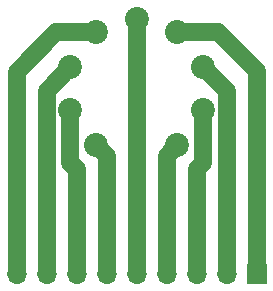
<source format=gbr>
%TF.GenerationSoftware,KiCad,Pcbnew,(6.0.5)*%
%TF.CreationDate,2023-01-12T11:55:51-05:00*%
%TF.ProjectId,12ax7_pins,31326178-375f-4706-996e-732e6b696361,rev?*%
%TF.SameCoordinates,Original*%
%TF.FileFunction,Copper,L2,Bot*%
%TF.FilePolarity,Positive*%
%FSLAX46Y46*%
G04 Gerber Fmt 4.6, Leading zero omitted, Abs format (unit mm)*
G04 Created by KiCad (PCBNEW (6.0.5)) date 2023-01-12 11:55:51*
%MOMM*%
%LPD*%
G01*
G04 APERTURE LIST*
%TA.AperFunction,ComponentPad*%
%ADD10C,2.030000*%
%TD*%
%TA.AperFunction,ComponentPad*%
%ADD11O,1.700000X1.700000*%
%TD*%
%TA.AperFunction,ComponentPad*%
%ADD12R,1.700000X1.700000*%
%TD*%
%TA.AperFunction,Conductor*%
%ADD13C,1.500000*%
%TD*%
G04 APERTURE END LIST*
D10*
%TO.P,U1,9,F2*%
%TO.N,/H2*%
X156560000Y-98280000D03*
%TO.P,U1,8,K*%
%TO.N,/K2*%
X154410000Y-95310000D03*
%TO.P,U1,7,G*%
%TO.N,/G2*%
X154410000Y-91700000D03*
%TO.P,U1,6,A*%
%TO.N,/A2*%
X156560000Y-88770000D03*
%TO.P,U1,5,F1*%
%TO.N,/H3*%
X160020000Y-87630000D03*
%TO.P,U1,4,F1*%
%TO.N,/H1*%
X163470000Y-88770000D03*
%TO.P,U1,3,K*%
%TO.N,/K1*%
X165620000Y-91700000D03*
%TO.P,U1,2,G*%
%TO.N,/G1*%
X165620000Y-95350000D03*
%TO.P,U1,1,A*%
%TO.N,/A1*%
X163470000Y-98280000D03*
%TD*%
D11*
%TO.P,J1,9,Pin_9*%
%TO.N,/A2*%
X149850000Y-109220000D03*
%TO.P,J1,8,Pin_8*%
%TO.N,/G2*%
X152390000Y-109220000D03*
%TO.P,J1,7,Pin_7*%
%TO.N,/K2*%
X154930000Y-109220000D03*
%TO.P,J1,6,Pin_6*%
%TO.N,/H2*%
X157470000Y-109220000D03*
%TO.P,J1,5,Pin_5*%
%TO.N,/H3*%
X160010000Y-109220000D03*
%TO.P,J1,4,Pin_4*%
%TO.N,/A1*%
X162550000Y-109220000D03*
%TO.P,J1,3,Pin_3*%
%TO.N,/G1*%
X165090000Y-109220000D03*
%TO.P,J1,2,Pin_2*%
%TO.N,/K1*%
X167630000Y-109220000D03*
D12*
%TO.P,J1,1,Pin_1*%
%TO.N,/H1*%
X170170000Y-109220000D03*
%TD*%
D13*
%TO.N,/H1*%
X166875000Y-88770000D02*
X163470000Y-88770000D01*
X170170000Y-92065000D02*
X166875000Y-88770000D01*
X170170000Y-109220000D02*
X170170000Y-92065000D01*
%TO.N,/A2*%
X153165000Y-88770000D02*
X156560000Y-88770000D01*
X149850000Y-92085000D02*
X153165000Y-88770000D01*
X149850000Y-109220000D02*
X149850000Y-92085000D01*
%TO.N,/G2*%
X152390000Y-93720000D02*
X154410000Y-91700000D01*
X152390000Y-109220000D02*
X152390000Y-93720000D01*
%TO.N,/K2*%
X154930000Y-100340000D02*
X154930000Y-109220000D01*
X154940000Y-100330000D02*
X154930000Y-100340000D01*
X154410000Y-99800000D02*
X154940000Y-100330000D01*
X154410000Y-95310000D02*
X154410000Y-99800000D01*
%TO.N,/H2*%
X157470000Y-99190000D02*
X156560000Y-98280000D01*
X157470000Y-109220000D02*
X157470000Y-99190000D01*
%TO.N,/K1*%
X167630000Y-93710000D02*
X165620000Y-91700000D01*
X167630000Y-109220000D02*
X167630000Y-93710000D01*
%TO.N,/G1*%
X165090000Y-100340000D02*
X165090000Y-109220000D01*
X165620000Y-99810000D02*
X165090000Y-100340000D01*
X165620000Y-95350000D02*
X165620000Y-99810000D01*
%TO.N,/A1*%
X162550000Y-99200000D02*
X163470000Y-98280000D01*
X162550000Y-109220000D02*
X162550000Y-99200000D01*
%TO.N,/H3*%
X160020000Y-109210000D02*
X160010000Y-109220000D01*
X160020000Y-87630000D02*
X160020000Y-109210000D01*
%TD*%
M02*

</source>
